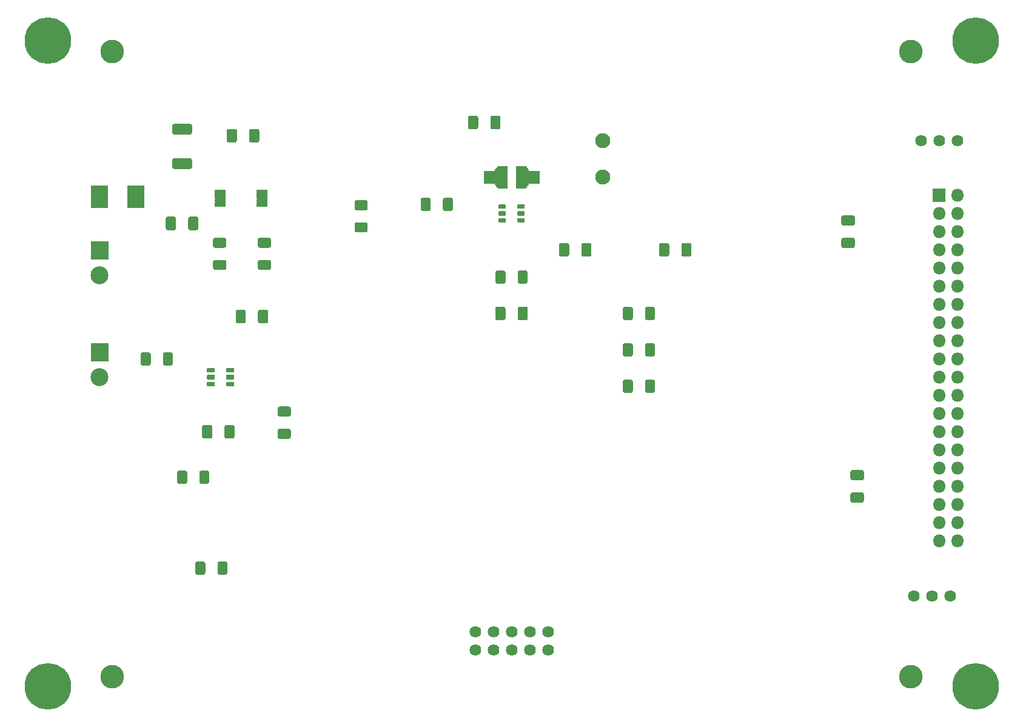
<source format=gts>
G04 #@! TF.GenerationSoftware,KiCad,Pcbnew,(5.1.10-1-10_14)*
G04 #@! TF.CreationDate,2021-12-21T22:20:50-08:00*
G04 #@! TF.ProjectId,power,706f7765-722e-46b6-9963-61645f706362,rev?*
G04 #@! TF.SameCoordinates,Original*
G04 #@! TF.FileFunction,Soldermask,Top*
G04 #@! TF.FilePolarity,Negative*
%FSLAX46Y46*%
G04 Gerber Fmt 4.6, Leading zero omitted, Abs format (unit mm)*
G04 Created by KiCad (PCBNEW (5.1.10-1-10_14)) date 2021-12-21 22:20:50*
%MOMM*%
%LPD*%
G01*
G04 APERTURE LIST*
%ADD10C,0.010000*%
%ADD11C,3.302000*%
%ADD12O,1.802000X1.802000*%
%ADD13C,6.502000*%
%ADD14C,2.502000*%
%ADD15C,1.626000*%
%ADD16C,2.102000*%
%ADD17C,0.100000*%
G04 APERTURE END LIST*
D10*
G36*
X95900000Y-48030000D02*
G01*
X95900000Y-51030000D01*
X97200000Y-51030000D01*
X97600000Y-50580000D01*
X97600000Y-50380000D01*
X99100000Y-50380000D01*
X99100000Y-48680000D01*
X97600000Y-48680000D01*
X97600000Y-48480000D01*
X97200000Y-48030000D01*
X95900000Y-48030000D01*
G37*
X95900000Y-48030000D02*
X95900000Y-51030000D01*
X97200000Y-51030000D01*
X97600000Y-50580000D01*
X97600000Y-50380000D01*
X99100000Y-50380000D01*
X99100000Y-48680000D01*
X97600000Y-48680000D01*
X97600000Y-48480000D01*
X97200000Y-48030000D01*
X95900000Y-48030000D01*
G36*
X94600000Y-48030000D02*
G01*
X94600000Y-51030000D01*
X93300000Y-51030000D01*
X92900000Y-50580000D01*
X92900000Y-50380000D01*
X91400000Y-50380000D01*
X91400000Y-48680000D01*
X92900000Y-48680000D01*
X92900000Y-48480000D01*
X93300000Y-48030000D01*
X94600000Y-48030000D01*
G37*
X94600000Y-48030000D02*
X94600000Y-51030000D01*
X93300000Y-51030000D01*
X92900000Y-50580000D01*
X92900000Y-50380000D01*
X91400000Y-50380000D01*
X91400000Y-48680000D01*
X92900000Y-48680000D01*
X92900000Y-48480000D01*
X93300000Y-48030000D01*
X94600000Y-48030000D01*
G36*
X95900000Y-48030000D02*
G01*
X95900000Y-51030000D01*
X97200000Y-51030000D01*
X97600000Y-50580000D01*
X97600000Y-50380000D01*
X99100000Y-50380000D01*
X99100000Y-48680000D01*
X97600000Y-48680000D01*
X97600000Y-48480000D01*
X97200000Y-48030000D01*
X95900000Y-48030000D01*
G37*
X95900000Y-48030000D02*
X95900000Y-51030000D01*
X97200000Y-51030000D01*
X97600000Y-50580000D01*
X97600000Y-50380000D01*
X99100000Y-50380000D01*
X99100000Y-48680000D01*
X97600000Y-48680000D01*
X97600000Y-48480000D01*
X97200000Y-48030000D01*
X95900000Y-48030000D01*
G36*
X94600000Y-48030000D02*
G01*
X94600000Y-51030000D01*
X93300000Y-51030000D01*
X92900000Y-50580000D01*
X92900000Y-50380000D01*
X91400000Y-50380000D01*
X91400000Y-48680000D01*
X92900000Y-48680000D01*
X92900000Y-48480000D01*
X93300000Y-48030000D01*
X94600000Y-48030000D01*
G37*
X94600000Y-48030000D02*
X94600000Y-51030000D01*
X93300000Y-51030000D01*
X92900000Y-50580000D01*
X92900000Y-50380000D01*
X91400000Y-50380000D01*
X91400000Y-48680000D01*
X92900000Y-48680000D01*
X92900000Y-48480000D01*
X93300000Y-48030000D01*
X94600000Y-48030000D01*
G36*
G01*
X41596000Y-53774000D02*
X41596000Y-50726000D01*
G75*
G02*
X41647000Y-50675000I51000J0D01*
G01*
X43933000Y-50675000D01*
G75*
G02*
X43984000Y-50726000I0J-51000D01*
G01*
X43984000Y-53774000D01*
G75*
G02*
X43933000Y-53825000I-51000J0D01*
G01*
X41647000Y-53825000D01*
G75*
G02*
X41596000Y-53774000I0J51000D01*
G01*
G37*
G36*
G01*
X36516000Y-53774000D02*
X36516000Y-50726000D01*
G75*
G02*
X36567000Y-50675000I51000J0D01*
G01*
X38853000Y-50675000D01*
G75*
G02*
X38904000Y-50726000I0J-51000D01*
G01*
X38904000Y-53774000D01*
G75*
G02*
X38853000Y-53825000I-51000J0D01*
G01*
X36567000Y-53825000D01*
G75*
G02*
X36516000Y-53774000I0J51000D01*
G01*
G37*
D11*
X39500000Y-119250000D03*
X151000000Y-32000000D03*
X151000000Y-119250000D03*
X39500000Y-32000000D03*
D12*
X157480000Y-100330000D03*
X154940000Y-100330000D03*
X157480000Y-97790000D03*
X154940000Y-97790000D03*
X157480000Y-95250000D03*
X154940000Y-95250000D03*
X157480000Y-92710000D03*
X154940000Y-92710000D03*
X157480000Y-90170000D03*
X154940000Y-90170000D03*
X157480000Y-87630000D03*
X154940000Y-87630000D03*
X157480000Y-85090000D03*
X154940000Y-85090000D03*
X157480000Y-82550000D03*
X154940000Y-82550000D03*
X157480000Y-80010000D03*
X154940000Y-80010000D03*
X157480000Y-77470000D03*
X154940000Y-77470000D03*
X157480000Y-74930000D03*
X154940000Y-74930000D03*
X157480000Y-72390000D03*
X154940000Y-72390000D03*
X157480000Y-69850000D03*
X154940000Y-69850000D03*
X157480000Y-67310000D03*
X154940000Y-67310000D03*
X157480000Y-64770000D03*
X154940000Y-64770000D03*
X157480000Y-62230000D03*
X154940000Y-62230000D03*
X157480000Y-59690000D03*
X154940000Y-59690000D03*
X157480000Y-57150000D03*
X154940000Y-57150000D03*
X157480000Y-54610000D03*
X154940000Y-54610000D03*
X157480000Y-52070000D03*
G36*
G01*
X154039000Y-52920000D02*
X154039000Y-51220000D01*
G75*
G02*
X154090000Y-51169000I51000J0D01*
G01*
X155790000Y-51169000D01*
G75*
G02*
X155841000Y-51220000I0J-51000D01*
G01*
X155841000Y-52920000D01*
G75*
G02*
X155790000Y-52971000I-51000J0D01*
G01*
X154090000Y-52971000D01*
G75*
G02*
X154039000Y-52920000I0J51000D01*
G01*
G37*
D13*
X160020000Y-120650000D03*
X30480000Y-120650000D03*
X160020000Y-30480000D03*
X30480000Y-30480000D03*
G36*
G01*
X36550000Y-72749000D02*
X38950000Y-72749000D01*
G75*
G02*
X39001000Y-72800000I0J-51000D01*
G01*
X39001000Y-75200000D01*
G75*
G02*
X38950000Y-75251000I-51000J0D01*
G01*
X36550000Y-75251000D01*
G75*
G02*
X36499000Y-75200000I0J51000D01*
G01*
X36499000Y-72800000D01*
G75*
G02*
X36550000Y-72749000I51000J0D01*
G01*
G37*
D14*
X37750000Y-77500000D03*
X37750000Y-63250000D03*
G36*
G01*
X36550000Y-58499000D02*
X38950000Y-58499000D01*
G75*
G02*
X39001000Y-58550000I0J-51000D01*
G01*
X39001000Y-60950000D01*
G75*
G02*
X38950000Y-61001000I-51000J0D01*
G01*
X36550000Y-61001000D01*
G75*
G02*
X36499000Y-60950000I0J51000D01*
G01*
X36499000Y-58550000D01*
G75*
G02*
X36550000Y-58499000I51000J0D01*
G01*
G37*
G36*
G01*
X53816800Y-51702801D02*
X53816800Y-51347201D01*
G75*
G02*
X53867800Y-51296201I51000J0D01*
G01*
X55290200Y-51296201D01*
G75*
G02*
X55341200Y-51347201I0J-51000D01*
G01*
X55341200Y-51702801D01*
G75*
G02*
X55290200Y-51753801I-51000J0D01*
G01*
X53867800Y-51753801D01*
G75*
G02*
X53816800Y-51702801I0J51000D01*
G01*
G37*
G36*
G01*
X53816800Y-52352799D02*
X53816800Y-51997199D01*
G75*
G02*
X53867800Y-51946199I51000J0D01*
G01*
X55290200Y-51946199D01*
G75*
G02*
X55341200Y-51997199I0J-51000D01*
G01*
X55341200Y-52352799D01*
G75*
G02*
X55290200Y-52403799I-51000J0D01*
G01*
X53867800Y-52403799D01*
G75*
G02*
X53816800Y-52352799I0J51000D01*
G01*
G37*
G36*
G01*
X53816800Y-53002801D02*
X53816800Y-52647201D01*
G75*
G02*
X53867800Y-52596201I51000J0D01*
G01*
X55290200Y-52596201D01*
G75*
G02*
X55341200Y-52647201I0J-51000D01*
G01*
X55341200Y-53002801D01*
G75*
G02*
X55290200Y-53053801I-51000J0D01*
G01*
X53867800Y-53053801D01*
G75*
G02*
X53816800Y-53002801I0J51000D01*
G01*
G37*
G36*
G01*
X53816800Y-53652799D02*
X53816800Y-53297199D01*
G75*
G02*
X53867800Y-53246199I51000J0D01*
G01*
X55290200Y-53246199D01*
G75*
G02*
X55341200Y-53297199I0J-51000D01*
G01*
X55341200Y-53652799D01*
G75*
G02*
X55290200Y-53703799I-51000J0D01*
G01*
X53867800Y-53703799D01*
G75*
G02*
X53816800Y-53652799I0J51000D01*
G01*
G37*
G36*
G01*
X59658800Y-53652799D02*
X59658800Y-53297199D01*
G75*
G02*
X59709800Y-53246199I51000J0D01*
G01*
X61132200Y-53246199D01*
G75*
G02*
X61183200Y-53297199I0J-51000D01*
G01*
X61183200Y-53652799D01*
G75*
G02*
X61132200Y-53703799I-51000J0D01*
G01*
X59709800Y-53703799D01*
G75*
G02*
X59658800Y-53652799I0J51000D01*
G01*
G37*
G36*
G01*
X59658800Y-53002801D02*
X59658800Y-52647201D01*
G75*
G02*
X59709800Y-52596201I51000J0D01*
G01*
X61132200Y-52596201D01*
G75*
G02*
X61183200Y-52647201I0J-51000D01*
G01*
X61183200Y-53002801D01*
G75*
G02*
X61132200Y-53053801I-51000J0D01*
G01*
X59709800Y-53053801D01*
G75*
G02*
X59658800Y-53002801I0J51000D01*
G01*
G37*
G36*
G01*
X59658800Y-52352799D02*
X59658800Y-51997199D01*
G75*
G02*
X59709800Y-51946199I51000J0D01*
G01*
X61132200Y-51946199D01*
G75*
G02*
X61183200Y-51997199I0J-51000D01*
G01*
X61183200Y-52352799D01*
G75*
G02*
X61132200Y-52403799I-51000J0D01*
G01*
X59709800Y-52403799D01*
G75*
G02*
X59658800Y-52352799I0J51000D01*
G01*
G37*
G36*
G01*
X59658800Y-51702801D02*
X59658800Y-51347201D01*
G75*
G02*
X59709800Y-51296201I51000J0D01*
G01*
X61132200Y-51296201D01*
G75*
G02*
X61183200Y-51347201I0J-51000D01*
G01*
X61183200Y-51702801D01*
G75*
G02*
X61132200Y-51753801I-51000J0D01*
G01*
X59709800Y-51753801D01*
G75*
G02*
X59658800Y-51702801I0J51000D01*
G01*
G37*
G36*
G01*
X56901000Y-43068244D02*
X56901000Y-44431756D01*
G75*
G02*
X56631756Y-44701000I-269244J0D01*
G01*
X55743244Y-44701000D01*
G75*
G02*
X55474000Y-44431756I0J269244D01*
G01*
X55474000Y-43068244D01*
G75*
G02*
X55743244Y-42799000I269244J0D01*
G01*
X56631756Y-42799000D01*
G75*
G02*
X56901000Y-43068244I0J-269244D01*
G01*
G37*
G36*
G01*
X60026000Y-43068244D02*
X60026000Y-44431756D01*
G75*
G02*
X59756756Y-44701000I-269244J0D01*
G01*
X58868244Y-44701000D01*
G75*
G02*
X58599000Y-44431756I0J269244D01*
G01*
X58599000Y-43068244D01*
G75*
G02*
X58868244Y-42799000I269244J0D01*
G01*
X59756756Y-42799000D01*
G75*
G02*
X60026000Y-43068244I0J-269244D01*
G01*
G37*
G36*
G01*
X51526000Y-55318244D02*
X51526000Y-56681756D01*
G75*
G02*
X51256756Y-56951000I-269244J0D01*
G01*
X50368244Y-56951000D01*
G75*
G02*
X50099000Y-56681756I0J269244D01*
G01*
X50099000Y-55318244D01*
G75*
G02*
X50368244Y-55049000I269244J0D01*
G01*
X51256756Y-55049000D01*
G75*
G02*
X51526000Y-55318244I0J-269244D01*
G01*
G37*
G36*
G01*
X48401000Y-55318244D02*
X48401000Y-56681756D01*
G75*
G02*
X48131756Y-56951000I-269244J0D01*
G01*
X47243244Y-56951000D01*
G75*
G02*
X46974000Y-56681756I0J269244D01*
G01*
X46974000Y-55318244D01*
G75*
G02*
X47243244Y-55049000I269244J0D01*
G01*
X48131756Y-55049000D01*
G75*
G02*
X48401000Y-55318244I0J-269244D01*
G01*
G37*
G36*
G01*
X144191756Y-94986000D02*
X142828244Y-94986000D01*
G75*
G02*
X142559000Y-94716756I0J269244D01*
G01*
X142559000Y-93828244D01*
G75*
G02*
X142828244Y-93559000I269244J0D01*
G01*
X144191756Y-93559000D01*
G75*
G02*
X144461000Y-93828244I0J-269244D01*
G01*
X144461000Y-94716756D01*
G75*
G02*
X144191756Y-94986000I-269244J0D01*
G01*
G37*
G36*
G01*
X144191756Y-91861000D02*
X142828244Y-91861000D01*
G75*
G02*
X142559000Y-91591756I0J269244D01*
G01*
X142559000Y-90703244D01*
G75*
G02*
X142828244Y-90434000I269244J0D01*
G01*
X144191756Y-90434000D01*
G75*
G02*
X144461000Y-90703244I0J-269244D01*
G01*
X144461000Y-91591756D01*
G75*
G02*
X144191756Y-91861000I-269244J0D01*
G01*
G37*
G36*
G01*
X141558244Y-57999000D02*
X142921756Y-57999000D01*
G75*
G02*
X143191000Y-58268244I0J-269244D01*
G01*
X143191000Y-59156756D01*
G75*
G02*
X142921756Y-59426000I-269244J0D01*
G01*
X141558244Y-59426000D01*
G75*
G02*
X141289000Y-59156756I0J269244D01*
G01*
X141289000Y-58268244D01*
G75*
G02*
X141558244Y-57999000I269244J0D01*
G01*
G37*
G36*
G01*
X141558244Y-54874000D02*
X142921756Y-54874000D01*
G75*
G02*
X143191000Y-55143244I0J-269244D01*
G01*
X143191000Y-56031756D01*
G75*
G02*
X142921756Y-56301000I-269244J0D01*
G01*
X141558244Y-56301000D01*
G75*
G02*
X141289000Y-56031756I0J269244D01*
G01*
X141289000Y-55143244D01*
G75*
G02*
X141558244Y-54874000I269244J0D01*
G01*
G37*
G36*
G01*
X53468500Y-84408244D02*
X53468500Y-85771756D01*
G75*
G02*
X53199256Y-86041000I-269244J0D01*
G01*
X52310744Y-86041000D01*
G75*
G02*
X52041500Y-85771756I0J269244D01*
G01*
X52041500Y-84408244D01*
G75*
G02*
X52310744Y-84139000I269244J0D01*
G01*
X53199256Y-84139000D01*
G75*
G02*
X53468500Y-84408244I0J-269244D01*
G01*
G37*
G36*
G01*
X56593500Y-84408244D02*
X56593500Y-85771756D01*
G75*
G02*
X56324256Y-86041000I-269244J0D01*
G01*
X55435744Y-86041000D01*
G75*
G02*
X55166500Y-85771756I0J269244D01*
G01*
X55166500Y-84408244D01*
G75*
G02*
X55435744Y-84139000I269244J0D01*
G01*
X56324256Y-84139000D01*
G75*
G02*
X56593500Y-84408244I0J-269244D01*
G01*
G37*
G36*
G01*
X56724000Y-69681756D02*
X56724000Y-68318244D01*
G75*
G02*
X56993244Y-68049000I269244J0D01*
G01*
X57881756Y-68049000D01*
G75*
G02*
X58151000Y-68318244I0J-269244D01*
G01*
X58151000Y-69681756D01*
G75*
G02*
X57881756Y-69951000I-269244J0D01*
G01*
X56993244Y-69951000D01*
G75*
G02*
X56724000Y-69681756I0J269244D01*
G01*
G37*
G36*
G01*
X59849000Y-69681756D02*
X59849000Y-68318244D01*
G75*
G02*
X60118244Y-68049000I269244J0D01*
G01*
X61006756Y-68049000D01*
G75*
G02*
X61276000Y-68318244I0J-269244D01*
G01*
X61276000Y-69681756D01*
G75*
G02*
X61006756Y-69951000I-269244J0D01*
G01*
X60118244Y-69951000D01*
G75*
G02*
X59849000Y-69681756I0J269244D01*
G01*
G37*
G36*
G01*
X56502500Y-78166001D02*
X56502500Y-78674001D01*
G75*
G02*
X56451500Y-78725001I-51000J0D01*
G01*
X55435500Y-78725001D01*
G75*
G02*
X55384500Y-78674001I0J51000D01*
G01*
X55384500Y-78166001D01*
G75*
G02*
X55435500Y-78115001I51000J0D01*
G01*
X56451500Y-78115001D01*
G75*
G02*
X56502500Y-78166001I0J-51000D01*
G01*
G37*
G36*
G01*
X56502500Y-77216000D02*
X56502500Y-77724000D01*
G75*
G02*
X56451500Y-77775000I-51000J0D01*
G01*
X55435500Y-77775000D01*
G75*
G02*
X55384500Y-77724000I0J51000D01*
G01*
X55384500Y-77216000D01*
G75*
G02*
X55435500Y-77165000I51000J0D01*
G01*
X56451500Y-77165000D01*
G75*
G02*
X56502500Y-77216000I0J-51000D01*
G01*
G37*
G36*
G01*
X56502500Y-76265999D02*
X56502500Y-76773999D01*
G75*
G02*
X56451500Y-76824999I-51000J0D01*
G01*
X55435500Y-76824999D01*
G75*
G02*
X55384500Y-76773999I0J51000D01*
G01*
X55384500Y-76265999D01*
G75*
G02*
X55435500Y-76214999I51000J0D01*
G01*
X56451500Y-76214999D01*
G75*
G02*
X56502500Y-76265999I0J-51000D01*
G01*
G37*
G36*
G01*
X53835500Y-76265999D02*
X53835500Y-76773999D01*
G75*
G02*
X53784500Y-76824999I-51000J0D01*
G01*
X52768500Y-76824999D01*
G75*
G02*
X52717500Y-76773999I0J51000D01*
G01*
X52717500Y-76265999D01*
G75*
G02*
X52768500Y-76214999I51000J0D01*
G01*
X53784500Y-76214999D01*
G75*
G02*
X53835500Y-76265999I0J-51000D01*
G01*
G37*
G36*
G01*
X53835500Y-77216000D02*
X53835500Y-77724000D01*
G75*
G02*
X53784500Y-77775000I-51000J0D01*
G01*
X52768500Y-77775000D01*
G75*
G02*
X52717500Y-77724000I0J51000D01*
G01*
X52717500Y-77216000D01*
G75*
G02*
X52768500Y-77165000I51000J0D01*
G01*
X53784500Y-77165000D01*
G75*
G02*
X53835500Y-77216000I0J-51000D01*
G01*
G37*
G36*
G01*
X53835500Y-78166001D02*
X53835500Y-78674001D01*
G75*
G02*
X53784500Y-78725001I-51000J0D01*
G01*
X52768500Y-78725001D01*
G75*
G02*
X52717500Y-78674001I0J51000D01*
G01*
X52717500Y-78166001D01*
G75*
G02*
X52768500Y-78115001I51000J0D01*
G01*
X53784500Y-78115001D01*
G75*
G02*
X53835500Y-78166001I0J-51000D01*
G01*
G37*
D15*
X152400000Y-44450000D03*
X154940000Y-44450000D03*
X157480000Y-44450000D03*
X151460000Y-108000000D03*
X154000000Y-108000000D03*
X156540000Y-108000000D03*
G36*
G01*
X60093615Y-61099000D02*
X61406385Y-61099000D01*
G75*
G02*
X61676000Y-61368615I0J-269615D01*
G01*
X61676000Y-62231385D01*
G75*
G02*
X61406385Y-62501000I-269615J0D01*
G01*
X60093615Y-62501000D01*
G75*
G02*
X59824000Y-62231385I0J269615D01*
G01*
X59824000Y-61368615D01*
G75*
G02*
X60093615Y-61099000I269615J0D01*
G01*
G37*
G36*
G01*
X60093615Y-57999000D02*
X61406385Y-57999000D01*
G75*
G02*
X61676000Y-58268615I0J-269615D01*
G01*
X61676000Y-59131385D01*
G75*
G02*
X61406385Y-59401000I-269615J0D01*
G01*
X60093615Y-59401000D01*
G75*
G02*
X59824000Y-59131385I0J269615D01*
G01*
X59824000Y-58268615D01*
G75*
G02*
X60093615Y-57999000I269615J0D01*
G01*
G37*
G36*
G01*
X53843615Y-57999000D02*
X55156385Y-57999000D01*
G75*
G02*
X55426000Y-58268615I0J-269615D01*
G01*
X55426000Y-59131385D01*
G75*
G02*
X55156385Y-59401000I-269615J0D01*
G01*
X53843615Y-59401000D01*
G75*
G02*
X53574000Y-59131385I0J269615D01*
G01*
X53574000Y-58268615D01*
G75*
G02*
X53843615Y-57999000I269615J0D01*
G01*
G37*
G36*
G01*
X53843615Y-61099000D02*
X55156385Y-61099000D01*
G75*
G02*
X55426000Y-61368615I0J-269615D01*
G01*
X55426000Y-62231385D01*
G75*
G02*
X55156385Y-62501000I-269615J0D01*
G01*
X53843615Y-62501000D01*
G75*
G02*
X53574000Y-62231385I0J269615D01*
G01*
X53574000Y-61368615D01*
G75*
G02*
X53843615Y-61099000I269615J0D01*
G01*
G37*
G36*
G01*
X48142213Y-42099000D02*
X50357787Y-42099000D01*
G75*
G02*
X50626000Y-42367213I0J-268213D01*
G01*
X50626000Y-43332787D01*
G75*
G02*
X50357787Y-43601000I-268213J0D01*
G01*
X48142213Y-43601000D01*
G75*
G02*
X47874000Y-43332787I0J268213D01*
G01*
X47874000Y-42367213D01*
G75*
G02*
X48142213Y-42099000I268213J0D01*
G01*
G37*
G36*
G01*
X48142213Y-46899000D02*
X50357787Y-46899000D01*
G75*
G02*
X50626000Y-47167213I0J-268213D01*
G01*
X50626000Y-48132787D01*
G75*
G02*
X50357787Y-48401000I-268213J0D01*
G01*
X48142213Y-48401000D01*
G75*
G02*
X47874000Y-48132787I0J268213D01*
G01*
X47874000Y-47167213D01*
G75*
G02*
X48142213Y-46899000I268213J0D01*
G01*
G37*
G36*
G01*
X74906385Y-57251000D02*
X73593615Y-57251000D01*
G75*
G02*
X73324000Y-56981385I0J269615D01*
G01*
X73324000Y-56118615D01*
G75*
G02*
X73593615Y-55849000I269615J0D01*
G01*
X74906385Y-55849000D01*
G75*
G02*
X75176000Y-56118615I0J-269615D01*
G01*
X75176000Y-56981385D01*
G75*
G02*
X74906385Y-57251000I-269615J0D01*
G01*
G37*
G36*
G01*
X74906385Y-54151000D02*
X73593615Y-54151000D01*
G75*
G02*
X73324000Y-53881385I0J269615D01*
G01*
X73324000Y-53018615D01*
G75*
G02*
X73593615Y-52749000I269615J0D01*
G01*
X74906385Y-52749000D01*
G75*
G02*
X75176000Y-53018615I0J-269615D01*
G01*
X75176000Y-53881385D01*
G75*
G02*
X74906385Y-54151000I-269615J0D01*
G01*
G37*
G36*
G01*
X62843615Y-84669000D02*
X64156385Y-84669000D01*
G75*
G02*
X64426000Y-84938615I0J-269615D01*
G01*
X64426000Y-85801385D01*
G75*
G02*
X64156385Y-86071000I-269615J0D01*
G01*
X62843615Y-86071000D01*
G75*
G02*
X62574000Y-85801385I0J269615D01*
G01*
X62574000Y-84938615D01*
G75*
G02*
X62843615Y-84669000I269615J0D01*
G01*
G37*
G36*
G01*
X62843615Y-81569000D02*
X64156385Y-81569000D01*
G75*
G02*
X64426000Y-81838615I0J-269615D01*
G01*
X64426000Y-82701385D01*
G75*
G02*
X64156385Y-82971000I-269615J0D01*
G01*
X62843615Y-82971000D01*
G75*
G02*
X62574000Y-82701385I0J269615D01*
G01*
X62574000Y-81838615D01*
G75*
G02*
X62843615Y-81569000I269615J0D01*
G01*
G37*
G36*
G01*
X43469000Y-75586385D02*
X43469000Y-74273615D01*
G75*
G02*
X43738615Y-74004000I269615J0D01*
G01*
X44601385Y-74004000D01*
G75*
G02*
X44871000Y-74273615I0J-269615D01*
G01*
X44871000Y-75586385D01*
G75*
G02*
X44601385Y-75856000I-269615J0D01*
G01*
X43738615Y-75856000D01*
G75*
G02*
X43469000Y-75586385I0J269615D01*
G01*
G37*
G36*
G01*
X46569000Y-75586385D02*
X46569000Y-74273615D01*
G75*
G02*
X46838615Y-74004000I269615J0D01*
G01*
X47701385Y-74004000D01*
G75*
G02*
X47971000Y-74273615I0J-269615D01*
G01*
X47971000Y-75586385D01*
G75*
G02*
X47701385Y-75856000I-269615J0D01*
G01*
X46838615Y-75856000D01*
G75*
G02*
X46569000Y-75586385I0J269615D01*
G01*
G37*
G36*
G01*
X97526000Y-67898244D02*
X97526000Y-69261756D01*
G75*
G02*
X97256756Y-69531000I-269244J0D01*
G01*
X96368244Y-69531000D01*
G75*
G02*
X96099000Y-69261756I0J269244D01*
G01*
X96099000Y-67898244D01*
G75*
G02*
X96368244Y-67629000I269244J0D01*
G01*
X97256756Y-67629000D01*
G75*
G02*
X97526000Y-67898244I0J-269244D01*
G01*
G37*
G36*
G01*
X94401000Y-67898244D02*
X94401000Y-69261756D01*
G75*
G02*
X94131756Y-69531000I-269244J0D01*
G01*
X93243244Y-69531000D01*
G75*
G02*
X92974000Y-69261756I0J269244D01*
G01*
X92974000Y-67898244D01*
G75*
G02*
X93243244Y-67629000I269244J0D01*
G01*
X94131756Y-67629000D01*
G75*
G02*
X94401000Y-67898244I0J-269244D01*
G01*
G37*
G36*
G01*
X118959000Y-60371756D02*
X118959000Y-59008244D01*
G75*
G02*
X119228244Y-58739000I269244J0D01*
G01*
X120116756Y-58739000D01*
G75*
G02*
X120386000Y-59008244I0J-269244D01*
G01*
X120386000Y-60371756D01*
G75*
G02*
X120116756Y-60641000I-269244J0D01*
G01*
X119228244Y-60641000D01*
G75*
G02*
X118959000Y-60371756I0J269244D01*
G01*
G37*
G36*
G01*
X115834000Y-60371756D02*
X115834000Y-59008244D01*
G75*
G02*
X116103244Y-58739000I269244J0D01*
G01*
X116991756Y-58739000D01*
G75*
G02*
X117261000Y-59008244I0J-269244D01*
G01*
X117261000Y-60371756D01*
G75*
G02*
X116991756Y-60641000I-269244J0D01*
G01*
X116103244Y-60641000D01*
G75*
G02*
X115834000Y-60371756I0J269244D01*
G01*
G37*
G36*
G01*
X106416000Y-59008244D02*
X106416000Y-60371756D01*
G75*
G02*
X106146756Y-60641000I-269244J0D01*
G01*
X105258244Y-60641000D01*
G75*
G02*
X104989000Y-60371756I0J269244D01*
G01*
X104989000Y-59008244D01*
G75*
G02*
X105258244Y-58739000I269244J0D01*
G01*
X106146756Y-58739000D01*
G75*
G02*
X106416000Y-59008244I0J-269244D01*
G01*
G37*
G36*
G01*
X103291000Y-59008244D02*
X103291000Y-60371756D01*
G75*
G02*
X103021756Y-60641000I-269244J0D01*
G01*
X102133244Y-60641000D01*
G75*
G02*
X101864000Y-60371756I0J269244D01*
G01*
X101864000Y-59008244D01*
G75*
G02*
X102133244Y-58739000I269244J0D01*
G01*
X103021756Y-58739000D01*
G75*
G02*
X103291000Y-59008244I0J-269244D01*
G01*
G37*
G36*
G01*
X90591000Y-41228244D02*
X90591000Y-42591756D01*
G75*
G02*
X90321756Y-42861000I-269244J0D01*
G01*
X89433244Y-42861000D01*
G75*
G02*
X89164000Y-42591756I0J269244D01*
G01*
X89164000Y-41228244D01*
G75*
G02*
X89433244Y-40959000I269244J0D01*
G01*
X90321756Y-40959000D01*
G75*
G02*
X90591000Y-41228244I0J-269244D01*
G01*
G37*
G36*
G01*
X93716000Y-41228244D02*
X93716000Y-42591756D01*
G75*
G02*
X93446756Y-42861000I-269244J0D01*
G01*
X92558244Y-42861000D01*
G75*
G02*
X92289000Y-42591756I0J269244D01*
G01*
X92289000Y-41228244D01*
G75*
G02*
X92558244Y-40959000I269244J0D01*
G01*
X93446756Y-40959000D01*
G75*
G02*
X93716000Y-41228244I0J-269244D01*
G01*
G37*
D16*
X107950000Y-44450000D03*
X107950000Y-49530000D03*
G36*
G01*
X87061000Y-52683615D02*
X87061000Y-53996385D01*
G75*
G02*
X86791385Y-54266000I-269615J0D01*
G01*
X85928615Y-54266000D01*
G75*
G02*
X85659000Y-53996385I0J269615D01*
G01*
X85659000Y-52683615D01*
G75*
G02*
X85928615Y-52414000I269615J0D01*
G01*
X86791385Y-52414000D01*
G75*
G02*
X87061000Y-52683615I0J-269615D01*
G01*
G37*
G36*
G01*
X83961000Y-52683615D02*
X83961000Y-53996385D01*
G75*
G02*
X83691385Y-54266000I-269615J0D01*
G01*
X82828615Y-54266000D01*
G75*
G02*
X82559000Y-53996385I0J269615D01*
G01*
X82559000Y-52683615D01*
G75*
G02*
X82828615Y-52414000I269615J0D01*
G01*
X83691385Y-52414000D01*
G75*
G02*
X83961000Y-52683615I0J-269615D01*
G01*
G37*
G36*
G01*
X94401000Y-62843615D02*
X94401000Y-64156385D01*
G75*
G02*
X94131385Y-64426000I-269615J0D01*
G01*
X93268615Y-64426000D01*
G75*
G02*
X92999000Y-64156385I0J269615D01*
G01*
X92999000Y-62843615D01*
G75*
G02*
X93268615Y-62574000I269615J0D01*
G01*
X94131385Y-62574000D01*
G75*
G02*
X94401000Y-62843615I0J-269615D01*
G01*
G37*
G36*
G01*
X97501000Y-62843615D02*
X97501000Y-64156385D01*
G75*
G02*
X97231385Y-64426000I-269615J0D01*
G01*
X96368615Y-64426000D01*
G75*
G02*
X96099000Y-64156385I0J269615D01*
G01*
X96099000Y-62843615D01*
G75*
G02*
X96368615Y-62574000I269615J0D01*
G01*
X97231385Y-62574000D01*
G75*
G02*
X97501000Y-62843615I0J-269615D01*
G01*
G37*
G36*
G01*
X93446400Y-53913999D02*
X93446400Y-53405999D01*
G75*
G02*
X93497400Y-53354999I51000J0D01*
G01*
X94373700Y-53354999D01*
G75*
G02*
X94424700Y-53405999I0J-51000D01*
G01*
X94424700Y-53913999D01*
G75*
G02*
X94373700Y-53964999I-51000J0D01*
G01*
X93497400Y-53964999D01*
G75*
G02*
X93446400Y-53913999I0J51000D01*
G01*
G37*
G36*
G01*
X93446400Y-54864000D02*
X93446400Y-54356000D01*
G75*
G02*
X93497400Y-54305000I51000J0D01*
G01*
X94373700Y-54305000D01*
G75*
G02*
X94424700Y-54356000I0J-51000D01*
G01*
X94424700Y-54864000D01*
G75*
G02*
X94373700Y-54915000I-51000J0D01*
G01*
X93497400Y-54915000D01*
G75*
G02*
X93446400Y-54864000I0J51000D01*
G01*
G37*
G36*
G01*
X93446400Y-55814001D02*
X93446400Y-55306001D01*
G75*
G02*
X93497400Y-55255001I51000J0D01*
G01*
X94373700Y-55255001D01*
G75*
G02*
X94424700Y-55306001I0J-51000D01*
G01*
X94424700Y-55814001D01*
G75*
G02*
X94373700Y-55865001I-51000J0D01*
G01*
X93497400Y-55865001D01*
G75*
G02*
X93446400Y-55814001I0J51000D01*
G01*
G37*
G36*
G01*
X96075300Y-55814001D02*
X96075300Y-55306001D01*
G75*
G02*
X96126300Y-55255001I51000J0D01*
G01*
X97002600Y-55255001D01*
G75*
G02*
X97053600Y-55306001I0J-51000D01*
G01*
X97053600Y-55814001D01*
G75*
G02*
X97002600Y-55865001I-51000J0D01*
G01*
X96126300Y-55865001D01*
G75*
G02*
X96075300Y-55814001I0J51000D01*
G01*
G37*
G36*
G01*
X96075300Y-54864000D02*
X96075300Y-54356000D01*
G75*
G02*
X96126300Y-54305000I51000J0D01*
G01*
X97002600Y-54305000D01*
G75*
G02*
X97053600Y-54356000I0J-51000D01*
G01*
X97053600Y-54864000D01*
G75*
G02*
X97002600Y-54915000I-51000J0D01*
G01*
X96126300Y-54915000D01*
G75*
G02*
X96075300Y-54864000I0J51000D01*
G01*
G37*
G36*
G01*
X96075300Y-53913999D02*
X96075300Y-53405999D01*
G75*
G02*
X96126300Y-53354999I51000J0D01*
G01*
X97002600Y-53354999D01*
G75*
G02*
X97053600Y-53405999I0J-51000D01*
G01*
X97053600Y-53913999D01*
G75*
G02*
X97002600Y-53964999I-51000J0D01*
G01*
X96126300Y-53964999D01*
G75*
G02*
X96075300Y-53913999I0J51000D01*
G01*
G37*
D15*
X90170000Y-115570000D03*
X90170000Y-113030000D03*
X92710000Y-115570000D03*
X92710000Y-113030000D03*
X95250000Y-115570000D03*
X95250000Y-113030000D03*
X97790000Y-115570000D03*
X97790000Y-113030000D03*
X100330000Y-115570000D03*
X100330000Y-113030000D03*
G36*
G01*
X115281000Y-78083615D02*
X115281000Y-79396385D01*
G75*
G02*
X115011385Y-79666000I-269615J0D01*
G01*
X114148615Y-79666000D01*
G75*
G02*
X113879000Y-79396385I0J269615D01*
G01*
X113879000Y-78083615D01*
G75*
G02*
X114148615Y-77814000I269615J0D01*
G01*
X115011385Y-77814000D01*
G75*
G02*
X115281000Y-78083615I0J-269615D01*
G01*
G37*
G36*
G01*
X112181000Y-78083615D02*
X112181000Y-79396385D01*
G75*
G02*
X111911385Y-79666000I-269615J0D01*
G01*
X111048615Y-79666000D01*
G75*
G02*
X110779000Y-79396385I0J269615D01*
G01*
X110779000Y-78083615D01*
G75*
G02*
X111048615Y-77814000I269615J0D01*
G01*
X111911385Y-77814000D01*
G75*
G02*
X112181000Y-78083615I0J-269615D01*
G01*
G37*
G36*
G01*
X112181000Y-73003615D02*
X112181000Y-74316385D01*
G75*
G02*
X111911385Y-74586000I-269615J0D01*
G01*
X111048615Y-74586000D01*
G75*
G02*
X110779000Y-74316385I0J269615D01*
G01*
X110779000Y-73003615D01*
G75*
G02*
X111048615Y-72734000I269615J0D01*
G01*
X111911385Y-72734000D01*
G75*
G02*
X112181000Y-73003615I0J-269615D01*
G01*
G37*
G36*
G01*
X115281000Y-73003615D02*
X115281000Y-74316385D01*
G75*
G02*
X115011385Y-74586000I-269615J0D01*
G01*
X114148615Y-74586000D01*
G75*
G02*
X113879000Y-74316385I0J269615D01*
G01*
X113879000Y-73003615D01*
G75*
G02*
X114148615Y-72734000I269615J0D01*
G01*
X115011385Y-72734000D01*
G75*
G02*
X115281000Y-73003615I0J-269615D01*
G01*
G37*
G36*
G01*
X115281000Y-67923615D02*
X115281000Y-69236385D01*
G75*
G02*
X115011385Y-69506000I-269615J0D01*
G01*
X114148615Y-69506000D01*
G75*
G02*
X113879000Y-69236385I0J269615D01*
G01*
X113879000Y-67923615D01*
G75*
G02*
X114148615Y-67654000I269615J0D01*
G01*
X115011385Y-67654000D01*
G75*
G02*
X115281000Y-67923615I0J-269615D01*
G01*
G37*
G36*
G01*
X112181000Y-67923615D02*
X112181000Y-69236385D01*
G75*
G02*
X111911385Y-69506000I-269615J0D01*
G01*
X111048615Y-69506000D01*
G75*
G02*
X110779000Y-69236385I0J269615D01*
G01*
X110779000Y-67923615D01*
G75*
G02*
X111048615Y-67654000I269615J0D01*
G01*
X111911385Y-67654000D01*
G75*
G02*
X112181000Y-67923615I0J-269615D01*
G01*
G37*
G36*
G01*
X54189000Y-104796385D02*
X54189000Y-103483615D01*
G75*
G02*
X54458615Y-103214000I269615J0D01*
G01*
X55321385Y-103214000D01*
G75*
G02*
X55591000Y-103483615I0J-269615D01*
G01*
X55591000Y-104796385D01*
G75*
G02*
X55321385Y-105066000I-269615J0D01*
G01*
X54458615Y-105066000D01*
G75*
G02*
X54189000Y-104796385I0J269615D01*
G01*
G37*
G36*
G01*
X51089000Y-104796385D02*
X51089000Y-103483615D01*
G75*
G02*
X51358615Y-103214000I269615J0D01*
G01*
X52221385Y-103214000D01*
G75*
G02*
X52491000Y-103483615I0J-269615D01*
G01*
X52491000Y-104796385D01*
G75*
G02*
X52221385Y-105066000I-269615J0D01*
G01*
X51358615Y-105066000D01*
G75*
G02*
X51089000Y-104796385I0J269615D01*
G01*
G37*
G36*
G01*
X48549000Y-92096385D02*
X48549000Y-90783615D01*
G75*
G02*
X48818615Y-90514000I269615J0D01*
G01*
X49681385Y-90514000D01*
G75*
G02*
X49951000Y-90783615I0J-269615D01*
G01*
X49951000Y-92096385D01*
G75*
G02*
X49681385Y-92366000I-269615J0D01*
G01*
X48818615Y-92366000D01*
G75*
G02*
X48549000Y-92096385I0J269615D01*
G01*
G37*
G36*
G01*
X51649000Y-92096385D02*
X51649000Y-90783615D01*
G75*
G02*
X51918615Y-90514000I269615J0D01*
G01*
X52781385Y-90514000D01*
G75*
G02*
X53051000Y-90783615I0J-269615D01*
G01*
X53051000Y-92096385D01*
G75*
G02*
X52781385Y-92366000I-269615J0D01*
G01*
X51918615Y-92366000D01*
G75*
G02*
X51649000Y-92096385I0J269615D01*
G01*
G37*
D17*
G36*
X61184932Y-53052801D02*
G01*
X61185200Y-53053801D01*
X61185200Y-53246199D01*
X61184200Y-53247931D01*
X61183200Y-53248199D01*
X59658800Y-53248199D01*
X59657068Y-53247199D01*
X59656800Y-53246199D01*
X59656800Y-53053801D01*
X59657800Y-53052069D01*
X59658800Y-53051801D01*
X61183200Y-53051801D01*
X61184932Y-53052801D01*
G37*
G36*
X55342932Y-53052801D02*
G01*
X55343200Y-53053801D01*
X55343200Y-53246199D01*
X55342200Y-53247931D01*
X55341200Y-53248199D01*
X53816800Y-53248199D01*
X53815068Y-53247199D01*
X53814800Y-53246199D01*
X53814800Y-53053801D01*
X53815800Y-53052069D01*
X53816800Y-53051801D01*
X55341200Y-53051801D01*
X55342932Y-53052801D01*
G37*
G36*
X55342932Y-52402799D02*
G01*
X55343200Y-52403799D01*
X55343200Y-52596201D01*
X55342200Y-52597933D01*
X55341200Y-52598201D01*
X53816800Y-52598201D01*
X53815068Y-52597201D01*
X53814800Y-52596201D01*
X53814800Y-52403799D01*
X53815800Y-52402067D01*
X53816800Y-52401799D01*
X55341200Y-52401799D01*
X55342932Y-52402799D01*
G37*
G36*
X61184932Y-52402799D02*
G01*
X61185200Y-52403799D01*
X61185200Y-52596201D01*
X61184200Y-52597933D01*
X61183200Y-52598201D01*
X59658800Y-52598201D01*
X59657068Y-52597201D01*
X59656800Y-52596201D01*
X59656800Y-52403799D01*
X59657800Y-52402067D01*
X59658800Y-52401799D01*
X61183200Y-52401799D01*
X61184932Y-52402799D01*
G37*
G36*
X55342932Y-51752801D02*
G01*
X55343200Y-51753801D01*
X55343200Y-51946199D01*
X55342200Y-51947931D01*
X55341200Y-51948199D01*
X53816800Y-51948199D01*
X53815068Y-51947199D01*
X53814800Y-51946199D01*
X53814800Y-51753801D01*
X53815800Y-51752069D01*
X53816800Y-51751801D01*
X55341200Y-51751801D01*
X55342932Y-51752801D01*
G37*
G36*
X61184932Y-51752801D02*
G01*
X61185200Y-51753801D01*
X61185200Y-51946199D01*
X61184200Y-51947931D01*
X61183200Y-51948199D01*
X59658800Y-51948199D01*
X59657068Y-51947199D01*
X59656800Y-51946199D01*
X59656800Y-51753801D01*
X59657800Y-51752069D01*
X59658800Y-51751801D01*
X61183200Y-51751801D01*
X61184932Y-51752801D01*
G37*
M02*

</source>
